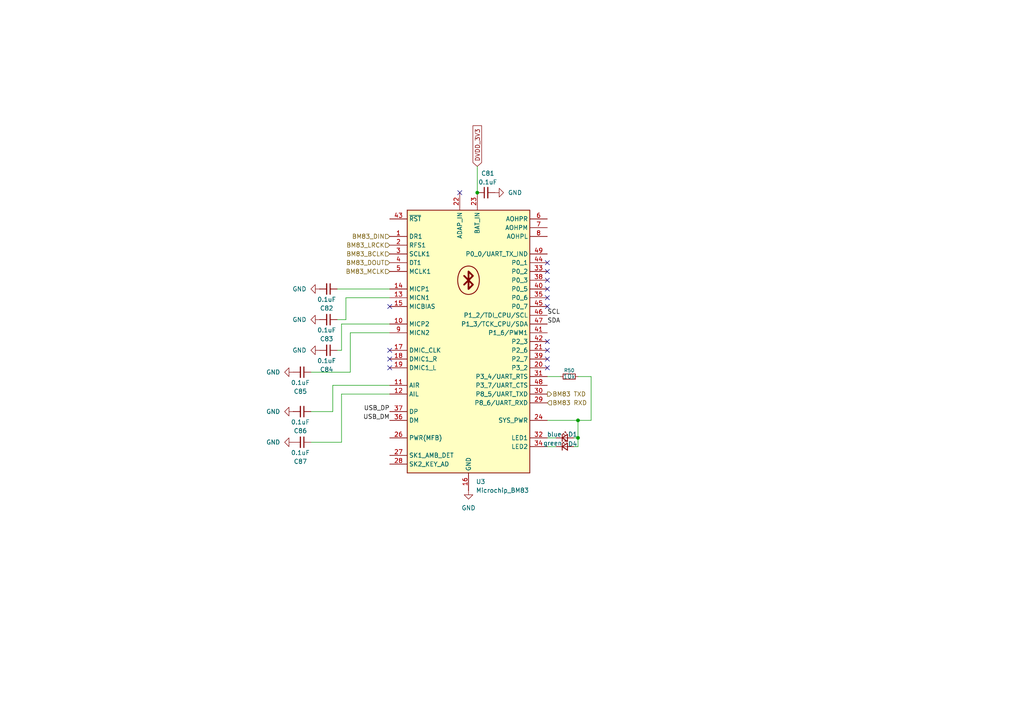
<source format=kicad_sch>
(kicad_sch (version 20250114) (generator "eeschema") (generator_version "9.0")
  (paper "A4")
  (lib_symbols
    (symbol "Device:C_Small" (pin_numbers (hide yes)) (pin_names (offset 0.254) (hide yes))
      (property "Reference" "C" (at 0.254 1.778 0))
      (property "Value" "C_Small" (at 0.254 -2.032 0))
      (symbol "C_Small_0_1"
        (polyline (pts (xy -1.524 0.508) (xy 1.524 0.508)) (stroke (width 0.3048)))
        (polyline (pts (xy -1.524 -0.508) (xy 1.524 -0.508)) (stroke (width 0.3302)))
      )
      (symbol "C_Small_1_1"
        (pin passive line (at 0 2.54 270) (length 2.032) (name "~") (number "1"))
        (pin passive line (at 0 -2.54 90) (length 2.032) (name "~") (number "2"))
      )
    )
    (symbol "Device:LED_Small" (pin_numbers (hide yes)) (pin_names (offset 0.254) (hide yes))
      (property "Reference" "D" (at -1.27 3.175 0))
      (property "Value" "LED_Small" (at -4.445 -2.54 0))
      (symbol "LED_Small_0_1"
        (polyline (pts (xy -0.762 -1.016) (xy -0.762 1.016)) (stroke (width 0.254)))
        (polyline (pts (xy 0 0.762) (xy -0.508 1.27) (xy -0.254 1.27) (xy -0.508 1.27) (xy -0.508 1.016)))
        (polyline (pts (xy 0.508 1.27) (xy 0 1.778) (xy 0.254 1.778) (xy 0 1.778) (xy 0 1.524)))
        (polyline (pts (xy 0.762 -1.016) (xy -0.762 0) (xy 0.762 1.016) (xy 0.762 -1.016)) (stroke (width 0.254)))
        (polyline (pts (xy 1.016 0) (xy -0.762 0)))
      )
      (symbol "LED_Small_1_1"
        (pin passive line (at -2.54 0 0) (length 1.778) (name "K") (number "1"))
        (pin passive line (at 2.54 0 180) (length 1.778) (name "A") (number "2"))
      )
    )
    (symbol "Device:R_Small" (pin_numbers (hide yes)) (pin_names (offset 0.254) (hide yes))
      (property "Reference" "R" (at 0 0 90))
      (property "Value" "R_Small" (at 1.778 0 90))
      (symbol "R_Small_0_1"
        (rectangle (start -0.762 1.778) (end 0.762 -1.778) (stroke (width 0.2032)))
      )
      (symbol "R_Small_1_1"
        (pin passive line (at 0 2.54 270) (length 0.762) (name "~") (number "1"))
        (pin passive line (at 0 -2.54 90) (length 0.762) (name "~") (number "2"))
      )
    )
    (symbol "RF_Bluetooth:Microchip_BM83"
      (property "Reference" "U" (at -17.78 39.37 0))
      (property "Value" "Microchip_BM83" (at 5.08 -39.37 0))
      (symbol "Microchip_BM83_0_1"
        (rectangle (start -17.78 38.1) (end 17.78 -38.1) (stroke (width 0.254)) (fill (type background)))
        (arc (start 2.5401 20.32) (mid 3.1397 17.78) (end 2.5401 15.24) (stroke (width 0.254)) (fill (type background)))
        (polyline (pts (xy 0.0001 20.32) (xy 1.2701 19.05) (xy 0.0001 17.78) (xy 1.2701 16.51) (xy 0.0001 15.24) (xy 0.0001 20.32)) (stroke (width 0.508)))
        (arc (start -2.5399 20.32) (mid 0.0001 21.8898) (end 2.5401 20.32) (stroke (width 0.254)) (fill (type background)))
        (polyline (pts (xy 0.0001 17.78) (xy -1.2699 19.05)) (stroke (width 0.508)))
        (polyline (pts (xy 0.0001 17.78) (xy -1.2699 16.51)) (stroke (width 0.508)))
        (arc (start 2.5401 15.24) (mid 0.0001 13.6702) (end -2.5399 15.24) (stroke (width 0.254)) (fill (type background)))
        (arc (start -2.5399 15.24) (mid -3.1395 17.78) (end -2.5399 20.32) (stroke (width 0.254)) (fill (type background)))
      )
      (symbol "Microchip_BM83_1_1"
        (pin input line (at -22.86 35.56 0) (length 5.08) (name "~{RST}") (number "43"))
        (pin input line (at -22.86 30.48 0) (length 5.08) (name "DR1") (number "1"))
        (pin bidirectional line (at -22.86 27.94 0) (length 5.08) (name "RFS1") (number "2"))
        (pin bidirectional line (at -22.86 25.4 0) (length 5.08) (name "SCLK1") (number "3"))
        (pin output line (at -22.86 22.86 0) (length 5.08) (name "DT1") (number "4"))
        (pin output line (at -22.86 20.32 0) (length 5.08) (name "MCLK1") (number "5"))
        (pin input line (at -22.86 15.24 0) (length 5.08) (name "MICP1") (number "14"))
        (pin input line (at -22.86 12.7 0) (length 5.08) (name "MICN1") (number "13"))
        (pin passive line (at -22.86 10.16 0) (length 5.08) (name "MICBIAS") (number "15"))
        (pin input line (at -22.86 5.08 0) (length 5.08) (name "MICP2") (number "10"))
        (pin input line (at -22.86 2.54 0) (length 5.08) (name "MICN2") (number "9"))
        (pin output line (at -22.86 -2.54 0) (length 5.08) (name "DMIC_CLK") (number "17"))
        (pin output line (at -22.86 -5.08 0) (length 5.08) (name "DMIC1_R") (number "18"))
        (pin output line (at -22.86 -7.62 0) (length 5.08) (name "DMIC1_L") (number "19"))
        (pin input line (at -22.86 -12.7 0) (length 5.08) (name "AIR") (number "11"))
        (pin input line (at -22.86 -15.24 0) (length 5.08) (name "AIL") (number "12"))
        (pin bidirectional line (at -22.86 -20.32 0) (length 5.08) (name "DP") (number "37"))
        (pin bidirectional line (at -22.86 -22.86 0) (length 5.08) (name "DM") (number "36"))
        (pin input line (at -22.86 -27.94 0) (length 5.08) (name "PWR(MFB)") (number "26"))
        (pin input line (at -22.86 -33.02 0) (length 5.08) (name "SK1_AMB_DET") (number "27"))
        (pin input line (at -22.86 -35.56 0) (length 5.08) (name "SK2_KEY_AD") (number "28"))
        (pin power_in line (at -2.54 43.18 270) (length 5.08) (name "ADAP_IN") (number "22"))
        (pin power_in line (at 0 -43.18 90) (length 5.08) (name "GND") (number "16"))
        (pin passive line (at 0 -43.18 90) (length 5.08) (hide yes) (name "GND") (number "50"))
        (pin passive line (at 0 -43.18 90) (length 5.08) (hide yes) (name "GND") (number "56"))
        (pin passive line (at 0 -43.18 90) (length 5.08) (hide yes) (name "GND") (number "57"))
        (pin power_in line (at 2.54 43.18 270) (length 5.08) (name "BAT_IN") (number "23"))
        (pin no_connect line (at 17.78 -33.02 180) (length 5.08) (hide yes) (name "VDD_IO") (number "25"))
        (pin output line (at 22.86 35.56 180) (length 5.08) (name "AOHPR") (number "6"))
        (pin output line (at 22.86 33.02 180) (length 5.08) (name "AOHPM") (number "7"))
        (pin output line (at 22.86 30.48 180) (length 5.08) (name "AOHPL") (number "8"))
        (pin bidirectional line (at 22.86 25.4 180) (length 5.08) (name "P0_0/UART_TX_IND") (number "49"))
        (pin bidirectional line (at 22.86 22.86 180) (length 5.08) (name "P0_1") (number "44"))
        (pin bidirectional line (at 22.86 20.32 180) (length 5.08) (name "P0_2") (number "33"))
        (pin bidirectional line (at 22.86 17.78 180) (length 5.08) (name "P0_3") (number "38"))
        (pin bidirectional line (at 22.86 15.24 180) (length 5.08) (name "P0_5") (number "40"))
        (pin bidirectional line (at 22.86 12.7 180) (length 5.08) (name "P0_6") (number "35"))
        (pin bidirectional line (at 22.86 10.16 180) (length 5.08) (name "P0_7") (number "45"))
        (pin bidirectional line (at 22.86 7.62 180) (length 5.08) (name "P1_2/TDI_CPU/SCL") (number "46"))
        (pin bidirectional line (at 22.86 5.08 180) (length 5.08) (name "P1_3/TCK_CPU/SDA") (number "47"))
        (pin bidirectional line (at 22.86 2.54 180) (length 5.08) (name "P1_6/PWM1") (number "41"))
        (pin bidirectional line (at 22.86 0 180) (length 5.08) (name "P2_3") (number "42"))
        (pin bidirectional line (at 22.86 -2.54 180) (length 5.08) (name "P2_6") (number "21"))
        (pin bidirectional line (at 22.86 -5.08 180) (length 5.08) (name "P2_7") (number "39"))
        (pin bidirectional line (at 22.86 -7.62 180) (length 5.08) (name "P3_2") (number "20"))
        (pin bidirectional line (at 22.86 -10.16 180) (length 5.08) (name "P3_4/UART_RTS") (number "31"))
        (pin bidirectional line (at 22.86 -12.7 180) (length 5.08) (name "P3_7/UART_CTS") (number "48"))
        (pin bidirectional line (at 22.86 -15.24 180) (length 5.08) (name "P8_5/UART_TXD") (number "30"))
        (pin bidirectional line (at 22.86 -17.78 180) (length 5.08) (name "P8_6/UART_RXD") (number "29"))
        (pin power_out line (at 22.86 -22.86 180) (length 5.08) (name "SYS_PWR") (number "24"))
        (pin input line (at 22.86 -27.94 180) (length 5.08) (name "LED1") (number "32"))
        (pin input line (at 22.86 -30.48 180) (length 5.08) (name "LED2") (number "34"))
      )
    )
    (symbol "power:GND" (power) (pin_numbers (hide yes)) (pin_names (offset 0) (hide yes))
      (property "Value" "GND" (at 0 -3.81 0))
      (symbol "GND_0_1"
        (polyline (pts (xy 0 0) (xy 0 -1.27) (xy 1.27 -1.27) (xy 0 -2.54) (xy -1.27 -1.27) (xy 0 -1.27)))
      )
      (symbol "GND_1_1"
        (pin power_in line (at 0 0 270) (length 0) (name "~") (number "1"))
      )
    )
  )
  (junction (at 167.64 121.92))
  (junction (at 167.64 127))
  (junction (at 138.43 55.88))
  (no_connect (at 158.75 88.9))
  (no_connect (at 133.35 55.88))
  (no_connect (at 158.75 86.36))
  (no_connect (at 158.75 101.6))
  (no_connect (at 158.75 104.14))
  (no_connect (at 113.03 88.9))
  (no_connect (at 158.75 83.82))
  (no_connect (at 113.03 101.6))
  (no_connect (at 158.75 78.74))
  (no_connect (at 158.75 76.2))
  (no_connect (at 158.75 81.28))
  (no_connect (at 113.03 106.68))
  (no_connect (at 158.75 99.06))
  (no_connect (at 113.03 104.14))
  (no_connect (at 158.75 106.68))
  (wire (pts (xy 100.33 92.71) (xy 100.33 86.36)))
  (wire (pts (xy 167.64 129.54) (xy 167.64 127)))
  (wire (pts (xy 90.17 119.38) (xy 96.52 119.38)))
  (wire (pts (xy 138.43 48.26) (xy 138.43 55.88)))
  (wire (pts (xy 96.52 119.38) (xy 96.52 111.76)))
  (wire (pts (xy 101.6 96.52) (xy 113.03 96.52)))
  (wire (pts (xy 167.64 121.92) (xy 158.75 121.92)))
  (wire (pts (xy 90.17 128.27) (xy 99.06 128.27)))
  (wire (pts (xy 171.45 109.22) (xy 167.64 109.22)))
  (wire (pts (xy 99.06 128.27) (xy 99.06 114.3)))
  (wire (pts (xy 99.06 93.98) (xy 113.03 93.98)))
  (wire (pts (xy 167.64 121.92) (xy 171.45 121.92)))
  (wire (pts (xy 166.37 129.54) (xy 167.64 129.54)))
  (wire (pts (xy 97.79 101.6) (xy 99.06 101.6)))
  (wire (pts (xy 97.79 83.82) (xy 113.03 83.82)))
  (wire (pts (xy 97.79 92.71) (xy 100.33 92.71)))
  (wire (pts (xy 90.17 107.95) (xy 101.6 107.95)))
  (wire (pts (xy 99.06 101.6) (xy 99.06 93.98)))
  (wire (pts (xy 96.52 111.76) (xy 113.03 111.76)))
  (wire (pts (xy 158.75 109.22) (xy 162.56 109.22)))
  (wire (pts (xy 101.6 107.95) (xy 101.6 96.52)))
  (wire (pts (xy 166.37 127) (xy 167.64 127)))
  (wire (pts (xy 99.06 114.3) (xy 113.03 114.3)))
  (wire (pts (xy 167.64 127) (xy 167.64 121.92)))
  (wire (pts (xy 100.33 86.36) (xy 113.03 86.36)))
  (wire (pts (xy 158.75 129.54) (xy 161.29 129.54)))
  (wire (pts (xy 171.45 121.92) (xy 171.45 109.22)))
  (wire (pts (xy 158.75 127) (xy 161.29 127)))
  (label "SDA" (at 158.75 93.98 0))
  (label "SCL" (at 158.75 91.44 0))
  (label "USB_DM" (at 113.03 121.92 180))
  (label "USB_DP" (at 113.03 119.38 180))
  (global_label "DVDD_3V3" (shape input) (at 138.43 48.26 90) (property "Intersheetrefs" "${INTERSHEET_REFS}" (effects (hide yes))))
  (hierarchical_label "BM83 TXD" (shape output) (at 158.75 114.3 0))
  (hierarchical_label "BM83 RXD" (shape input) (at 158.75 116.84 0))
  (hierarchical_label "BM83_MCLK" (shape input) (at 113.03 78.74 180))
  (hierarchical_label "BM83_DIN" (shape input) (at 113.03 68.58 180))
  (hierarchical_label "BM83_BCLK" (shape input) (at 113.03 73.66 180))
  (hierarchical_label "BM83_LRCK" (shape input) (at 113.03 71.12 180))
  (hierarchical_label "BM83_DOUT" (shape input) (at 113.03 76.2 180))
  (symbol (lib_id "power:GND") (at 85.09 128.27 270) (unit 1)
    (property "Reference" "#PWR0112" (effects (hide yes)))
    (property "Value" "GND" (at 81.28 128.2701 90) (effects (justify right)))
    (property "Description" "Power symbol creates a global label with name \"GND\" , ground" (effects (hide yes)))
  )
  (symbol (lib_id "power:GND") (at 85.09 119.38 270) (unit 1)
    (property "Reference" "#PWR0111" (effects (hide yes)))
    (property "Value" "GND" (at 81.28 119.3801 90) (effects (justify right)))
    (property "Description" "Power symbol creates a global label with name \"GND\" , ground" (effects (hide yes)))
  )
  (symbol (lib_id "RF_Bluetooth:Microchip_BM83") (at 135.89 99.06 0) (unit 1)
    (property "Reference" "U3" (at 138.0333 139.7 0) (effects (justify left)))
    (property "Value" "Microchip_BM83" (at 138.0333 142.24 0) (effects (justify left)))
    (property "Footprint" "RF_Module:Microchip_BM83" (effects (hide yes)))
    (property "Datasheet" "https://ww1.microchip.com/downloads/aemDocuments/documents/WSG/ProductDocuments/DataSheets/70005402E.pdf" (effects (hide yes)))
    (property "Description" "Microchip BM23 Bluetooth 5.0 Audio Stereo Module, dual-mode, Audio Profiles, 32x15mm" (effects (hide yes)))
  )
  (symbol (lib_id "Device:C_Small") (at 87.63 107.95 270) (unit 1)
    (property "Reference" "C85" (at 87.122 113.538 90))
    (property "Value" "0.1uF" (at 87.122 110.998 90))
    (property "Description" "Unpolarized capacitor, small symbol" (effects (hide yes)))
  )
  (symbol (lib_id "Device:C_Small") (at 140.97 55.88 90) (unit 1)
    (property "Reference" "C81" (at 141.478 50.292 90))
    (property "Value" "0.1uF" (at 141.478 52.832 90))
    (property "Description" "Unpolarized capacitor, small symbol" (effects (hide yes)))
  )
  (symbol (lib_id "Device:C_Small") (at 95.25 83.82 270) (unit 1)
    (property "Reference" "C82" (at 94.742 89.408 90))
    (property "Value" "0.1uF" (at 94.742 86.868 90))
    (property "Description" "Unpolarized capacitor, small symbol" (effects (hide yes)))
  )
  (symbol (lib_id "power:GND") (at 92.71 83.82 270) (unit 1)
    (property "Reference" "#PWR0107" (effects (hide yes)))
    (property "Value" "GND" (at 88.9 83.8201 90) (effects (justify right)))
    (property "Description" "Power symbol creates a global label with name \"GND\" , ground" (effects (hide yes)))
  )
  (symbol (lib_id "Device:LED_Small") (at 163.83 129.54 0) (unit 1)
    (property "Reference" "D4" (at 166.116 128.778 0))
    (property "Value" "green" (at 160.274 128.524 0))
    (property "Description" "Light emitting diode, small symbol" (effects (hide yes)))
    (property "Sim.Pin" "1=K 2=A" (effects (hide yes)))
  )
  (symbol (lib_id "power:GND") (at 92.71 101.6 270) (unit 1)
    (property "Reference" "#PWR0109" (effects (hide yes)))
    (property "Value" "GND" (at 88.9 101.6001 90) (effects (justify right)))
    (property "Description" "Power symbol creates a global label with name \"GND\" , ground" (effects (hide yes)))
  )
  (symbol (lib_id "Device:LED_Small") (at 163.83 127 0) (unit 1)
    (property "Reference" "D1" (at 166.116 125.984 0))
    (property "Value" "blue" (at 160.782 125.984 0))
    (property "Description" "Light emitting diode, small symbol" (effects (hide yes)))
    (property "Sim.Pin" "1=K 2=A" (effects (hide yes)))
  )
  (symbol (lib_id "Device:C_Small") (at 95.25 92.71 270) (unit 1)
    (property "Reference" "C83" (at 94.742 98.298 90))
    (property "Value" "0.1uF" (at 94.742 95.758 90))
    (property "Description" "Unpolarized capacitor, small symbol" (effects (hide yes)))
  )
  (symbol (lib_id "power:GND") (at 85.09 107.95 270) (unit 1)
    (property "Reference" "#PWR0110" (effects (hide yes)))
    (property "Value" "GND" (at 81.28 107.9501 90) (effects (justify right)))
    (property "Description" "Power symbol creates a global label with name \"GND\" , ground" (effects (hide yes)))
  )
  (symbol (lib_id "Device:R_Small") (at 165.1 109.22 90) (unit 1)
    (property "Reference" "R50" (at 165.1 107.442 90) (effects (font (size 1.016 1.016))))
    (property "Value" "10k" (at 165.1 109.22 90))
    (property "Description" "Resistor, small symbol" (effects (hide yes)))
  )
  (symbol (lib_id "Device:C_Small") (at 87.63 119.38 270) (unit 1)
    (property "Reference" "C86" (at 87.122 124.968 90))
    (property "Value" "0.1uF" (at 87.122 122.428 90))
    (property "Description" "Unpolarized capacitor, small symbol" (effects (hide yes)))
  )
  (symbol (lib_id "power:GND") (at 135.89 142.24 0) (unit 1)
    (property "Reference" "#PWR068" (effects (hide yes)))
    (property "Value" "GND" (at 135.89 147.32 0))
    (property "Description" "Power symbol creates a global label with name \"GND\" , ground" (effects (hide yes)))
  )
  (symbol (lib_id "Device:C_Small") (at 95.25 101.6 270) (unit 1)
    (property "Reference" "C84" (at 94.742 107.188 90))
    (property "Value" "0.1uF" (at 94.742 104.648 90))
    (property "Description" "Unpolarized capacitor, small symbol" (effects (hide yes)))
  )
  (symbol (lib_id "power:GND") (at 92.71 92.71 270) (unit 1)
    (property "Reference" "#PWR0108" (effects (hide yes)))
    (property "Value" "GND" (at 88.9 92.7101 90) (effects (justify right)))
    (property "Description" "Power symbol creates a global label with name \"GND\" , ground" (effects (hide yes)))
  )
  (symbol (lib_id "Device:C_Small") (at 87.63 128.27 270) (unit 1)
    (property "Reference" "C87" (at 87.122 133.858 90))
    (property "Value" "0.1uF" (at 87.122 131.318 90))
    (property "Description" "Unpolarized capacitor, small symbol" (effects (hide yes)))
  )
  (symbol (lib_id "power:GND") (at 143.51 55.88 90) (unit 1)
    (property "Reference" "#PWR0106" (effects (hide yes)))
    (property "Value" "GND" (at 147.32 55.8799 90) (effects (justify right)))
    (property "Description" "Power symbol creates a global label with name \"GND\" , ground" (effects (hide yes)))
  )
)
</source>
